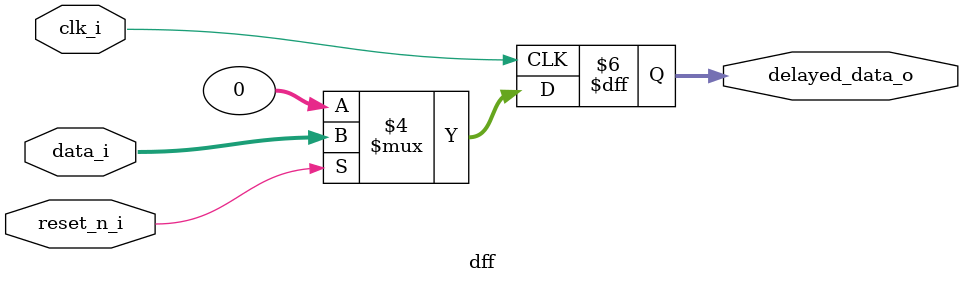
<source format=v>
`default_nettype none
`timescale 1ns / 1ps
`include "../include/rv32i-defines.v"


// Prevent yosys from using BRAMs for this module
(* keep_hierarchy *)
module dff #(
    parameter WIDTH = 32
) (
    input  wire             clk_i,
    input  wire             reset_n_i,
    input  wire [WIDTH-1:0] data_i,
    output reg  [WIDTH-1:0] delayed_data_o
);
    always @(posedge clk_i) begin
        if (~reset_n_i) begin
            delayed_data_o <= 0;
        end else begin
            delayed_data_o <= data_i;
        end
    end
endmodule

</source>
